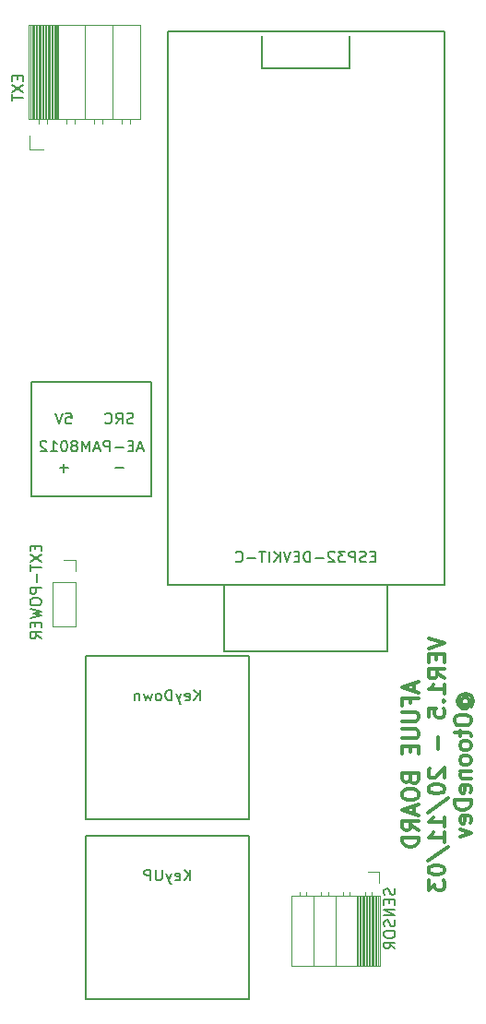
<source format=gbo>
G04 #@! TF.FileFunction,Legend,Bot*
%FSLAX46Y46*%
G04 Gerber Fmt 4.6, Leading zero omitted, Abs format (unit mm)*
G04 Created by KiCad (PCBNEW 4.0.1-stable) date 2020/11/03 12:41:02*
%MOMM*%
G01*
G04 APERTURE LIST*
%ADD10C,0.100000*%
%ADD11C,0.300000*%
%ADD12C,0.150000*%
%ADD13C,0.120000*%
G04 APERTURE END LIST*
D10*
D11*
X163585000Y-119500000D02*
X163585000Y-120214286D01*
X164013571Y-119357143D02*
X162513571Y-119857143D01*
X164013571Y-120357143D01*
X163227857Y-121357143D02*
X163227857Y-120857143D01*
X164013571Y-120857143D02*
X162513571Y-120857143D01*
X162513571Y-121571429D01*
X162513571Y-122142857D02*
X163727857Y-122142857D01*
X163870714Y-122214285D01*
X163942143Y-122285714D01*
X164013571Y-122428571D01*
X164013571Y-122714285D01*
X163942143Y-122857143D01*
X163870714Y-122928571D01*
X163727857Y-123000000D01*
X162513571Y-123000000D01*
X162513571Y-123714286D02*
X163727857Y-123714286D01*
X163870714Y-123785714D01*
X163942143Y-123857143D01*
X164013571Y-124000000D01*
X164013571Y-124285714D01*
X163942143Y-124428572D01*
X163870714Y-124500000D01*
X163727857Y-124571429D01*
X162513571Y-124571429D01*
X163227857Y-125285715D02*
X163227857Y-125785715D01*
X164013571Y-126000001D02*
X164013571Y-125285715D01*
X162513571Y-125285715D01*
X162513571Y-126000001D01*
X163227857Y-128285715D02*
X163299286Y-128500001D01*
X163370714Y-128571429D01*
X163513571Y-128642858D01*
X163727857Y-128642858D01*
X163870714Y-128571429D01*
X163942143Y-128500001D01*
X164013571Y-128357143D01*
X164013571Y-127785715D01*
X162513571Y-127785715D01*
X162513571Y-128285715D01*
X162585000Y-128428572D01*
X162656429Y-128500001D01*
X162799286Y-128571429D01*
X162942143Y-128571429D01*
X163085000Y-128500001D01*
X163156429Y-128428572D01*
X163227857Y-128285715D01*
X163227857Y-127785715D01*
X162513571Y-129571429D02*
X162513571Y-129857143D01*
X162585000Y-130000001D01*
X162727857Y-130142858D01*
X163013571Y-130214286D01*
X163513571Y-130214286D01*
X163799286Y-130142858D01*
X163942143Y-130000001D01*
X164013571Y-129857143D01*
X164013571Y-129571429D01*
X163942143Y-129428572D01*
X163799286Y-129285715D01*
X163513571Y-129214286D01*
X163013571Y-129214286D01*
X162727857Y-129285715D01*
X162585000Y-129428572D01*
X162513571Y-129571429D01*
X163585000Y-130785715D02*
X163585000Y-131500001D01*
X164013571Y-130642858D02*
X162513571Y-131142858D01*
X164013571Y-131642858D01*
X164013571Y-133000001D02*
X163299286Y-132500001D01*
X164013571Y-132142858D02*
X162513571Y-132142858D01*
X162513571Y-132714286D01*
X162585000Y-132857144D01*
X162656429Y-132928572D01*
X162799286Y-133000001D01*
X163013571Y-133000001D01*
X163156429Y-132928572D01*
X163227857Y-132857144D01*
X163299286Y-132714286D01*
X163299286Y-132142858D01*
X164013571Y-133642858D02*
X162513571Y-133642858D01*
X162513571Y-134000001D01*
X162585000Y-134214286D01*
X162727857Y-134357144D01*
X162870714Y-134428572D01*
X163156429Y-134500001D01*
X163370714Y-134500001D01*
X163656429Y-134428572D01*
X163799286Y-134357144D01*
X163942143Y-134214286D01*
X164013571Y-134000001D01*
X164013571Y-133642858D01*
X164913571Y-115357144D02*
X166413571Y-115857144D01*
X164913571Y-116357144D01*
X165627857Y-116857144D02*
X165627857Y-117357144D01*
X166413571Y-117571430D02*
X166413571Y-116857144D01*
X164913571Y-116857144D01*
X164913571Y-117571430D01*
X166413571Y-119071430D02*
X165699286Y-118571430D01*
X166413571Y-118214287D02*
X164913571Y-118214287D01*
X164913571Y-118785715D01*
X164985000Y-118928573D01*
X165056429Y-119000001D01*
X165199286Y-119071430D01*
X165413571Y-119071430D01*
X165556429Y-119000001D01*
X165627857Y-118928573D01*
X165699286Y-118785715D01*
X165699286Y-118214287D01*
X166413571Y-120500001D02*
X166413571Y-119642858D01*
X166413571Y-120071430D02*
X164913571Y-120071430D01*
X165127857Y-119928573D01*
X165270714Y-119785715D01*
X165342143Y-119642858D01*
X166270714Y-121142858D02*
X166342143Y-121214286D01*
X166413571Y-121142858D01*
X166342143Y-121071429D01*
X166270714Y-121142858D01*
X166413571Y-121142858D01*
X164913571Y-122571430D02*
X164913571Y-121857144D01*
X165627857Y-121785715D01*
X165556429Y-121857144D01*
X165485000Y-122000001D01*
X165485000Y-122357144D01*
X165556429Y-122500001D01*
X165627857Y-122571430D01*
X165770714Y-122642858D01*
X166127857Y-122642858D01*
X166270714Y-122571430D01*
X166342143Y-122500001D01*
X166413571Y-122357144D01*
X166413571Y-122000001D01*
X166342143Y-121857144D01*
X166270714Y-121785715D01*
X165842143Y-124428572D02*
X165842143Y-125571429D01*
X165056429Y-127357143D02*
X164985000Y-127428572D01*
X164913571Y-127571429D01*
X164913571Y-127928572D01*
X164985000Y-128071429D01*
X165056429Y-128142858D01*
X165199286Y-128214286D01*
X165342143Y-128214286D01*
X165556429Y-128142858D01*
X166413571Y-127285715D01*
X166413571Y-128214286D01*
X164913571Y-129142857D02*
X164913571Y-129285714D01*
X164985000Y-129428571D01*
X165056429Y-129500000D01*
X165199286Y-129571429D01*
X165485000Y-129642857D01*
X165842143Y-129642857D01*
X166127857Y-129571429D01*
X166270714Y-129500000D01*
X166342143Y-129428571D01*
X166413571Y-129285714D01*
X166413571Y-129142857D01*
X166342143Y-129000000D01*
X166270714Y-128928571D01*
X166127857Y-128857143D01*
X165842143Y-128785714D01*
X165485000Y-128785714D01*
X165199286Y-128857143D01*
X165056429Y-128928571D01*
X164985000Y-129000000D01*
X164913571Y-129142857D01*
X164842143Y-131357142D02*
X166770714Y-130071428D01*
X166413571Y-132642857D02*
X166413571Y-131785714D01*
X166413571Y-132214286D02*
X164913571Y-132214286D01*
X165127857Y-132071429D01*
X165270714Y-131928571D01*
X165342143Y-131785714D01*
X166413571Y-134071428D02*
X166413571Y-133214285D01*
X166413571Y-133642857D02*
X164913571Y-133642857D01*
X165127857Y-133500000D01*
X165270714Y-133357142D01*
X165342143Y-133214285D01*
X164842143Y-135785713D02*
X166770714Y-134499999D01*
X164913571Y-136571428D02*
X164913571Y-136714285D01*
X164985000Y-136857142D01*
X165056429Y-136928571D01*
X165199286Y-137000000D01*
X165485000Y-137071428D01*
X165842143Y-137071428D01*
X166127857Y-137000000D01*
X166270714Y-136928571D01*
X166342143Y-136857142D01*
X166413571Y-136714285D01*
X166413571Y-136571428D01*
X166342143Y-136428571D01*
X166270714Y-136357142D01*
X166127857Y-136285714D01*
X165842143Y-136214285D01*
X165485000Y-136214285D01*
X165199286Y-136285714D01*
X165056429Y-136357142D01*
X164985000Y-136428571D01*
X164913571Y-136571428D01*
X164913571Y-137571428D02*
X164913571Y-138499999D01*
X165485000Y-137999999D01*
X165485000Y-138214285D01*
X165556429Y-138357142D01*
X165627857Y-138428571D01*
X165770714Y-138499999D01*
X166127857Y-138499999D01*
X166270714Y-138428571D01*
X166342143Y-138357142D01*
X166413571Y-138214285D01*
X166413571Y-137785713D01*
X166342143Y-137642856D01*
X166270714Y-137571428D01*
X168099286Y-121464286D02*
X168027857Y-121392858D01*
X167956429Y-121250001D01*
X167956429Y-121107143D01*
X168027857Y-120964286D01*
X168099286Y-120892858D01*
X168242143Y-120821429D01*
X168385000Y-120821429D01*
X168527857Y-120892858D01*
X168599286Y-120964286D01*
X168670714Y-121107143D01*
X168670714Y-121250001D01*
X168599286Y-121392858D01*
X168527857Y-121464286D01*
X167956429Y-121464286D02*
X168527857Y-121464286D01*
X168599286Y-121535715D01*
X168599286Y-121607143D01*
X168527857Y-121750001D01*
X168385000Y-121821429D01*
X168027857Y-121821429D01*
X167813571Y-121678572D01*
X167670714Y-121464286D01*
X167599286Y-121178572D01*
X167670714Y-120892858D01*
X167813571Y-120678572D01*
X168027857Y-120535715D01*
X168313571Y-120464286D01*
X168599286Y-120535715D01*
X168813571Y-120678572D01*
X168956429Y-120892858D01*
X169027857Y-121178572D01*
X168956429Y-121464286D01*
X168813571Y-121678572D01*
X167313571Y-122750000D02*
X167313571Y-123035714D01*
X167385000Y-123178572D01*
X167527857Y-123321429D01*
X167813571Y-123392857D01*
X168313571Y-123392857D01*
X168599286Y-123321429D01*
X168742143Y-123178572D01*
X168813571Y-123035714D01*
X168813571Y-122750000D01*
X168742143Y-122607143D01*
X168599286Y-122464286D01*
X168313571Y-122392857D01*
X167813571Y-122392857D01*
X167527857Y-122464286D01*
X167385000Y-122607143D01*
X167313571Y-122750000D01*
X167813571Y-123821429D02*
X167813571Y-124392858D01*
X167313571Y-124035715D02*
X168599286Y-124035715D01*
X168742143Y-124107143D01*
X168813571Y-124250001D01*
X168813571Y-124392858D01*
X168813571Y-125107144D02*
X168742143Y-124964286D01*
X168670714Y-124892858D01*
X168527857Y-124821429D01*
X168099286Y-124821429D01*
X167956429Y-124892858D01*
X167885000Y-124964286D01*
X167813571Y-125107144D01*
X167813571Y-125321429D01*
X167885000Y-125464286D01*
X167956429Y-125535715D01*
X168099286Y-125607144D01*
X168527857Y-125607144D01*
X168670714Y-125535715D01*
X168742143Y-125464286D01*
X168813571Y-125321429D01*
X168813571Y-125107144D01*
X168813571Y-126464287D02*
X168742143Y-126321429D01*
X168670714Y-126250001D01*
X168527857Y-126178572D01*
X168099286Y-126178572D01*
X167956429Y-126250001D01*
X167885000Y-126321429D01*
X167813571Y-126464287D01*
X167813571Y-126678572D01*
X167885000Y-126821429D01*
X167956429Y-126892858D01*
X168099286Y-126964287D01*
X168527857Y-126964287D01*
X168670714Y-126892858D01*
X168742143Y-126821429D01*
X168813571Y-126678572D01*
X168813571Y-126464287D01*
X167813571Y-127607144D02*
X168813571Y-127607144D01*
X167956429Y-127607144D02*
X167885000Y-127678572D01*
X167813571Y-127821430D01*
X167813571Y-128035715D01*
X167885000Y-128178572D01*
X168027857Y-128250001D01*
X168813571Y-128250001D01*
X168742143Y-129535715D02*
X168813571Y-129392858D01*
X168813571Y-129107144D01*
X168742143Y-128964287D01*
X168599286Y-128892858D01*
X168027857Y-128892858D01*
X167885000Y-128964287D01*
X167813571Y-129107144D01*
X167813571Y-129392858D01*
X167885000Y-129535715D01*
X168027857Y-129607144D01*
X168170714Y-129607144D01*
X168313571Y-128892858D01*
X168813571Y-130250001D02*
X167313571Y-130250001D01*
X167313571Y-130607144D01*
X167385000Y-130821429D01*
X167527857Y-130964287D01*
X167670714Y-131035715D01*
X167956429Y-131107144D01*
X168170714Y-131107144D01*
X168456429Y-131035715D01*
X168599286Y-130964287D01*
X168742143Y-130821429D01*
X168813571Y-130607144D01*
X168813571Y-130250001D01*
X168742143Y-132321429D02*
X168813571Y-132178572D01*
X168813571Y-131892858D01*
X168742143Y-131750001D01*
X168599286Y-131678572D01*
X168027857Y-131678572D01*
X167885000Y-131750001D01*
X167813571Y-131892858D01*
X167813571Y-132178572D01*
X167885000Y-132321429D01*
X168027857Y-132392858D01*
X168170714Y-132392858D01*
X168313571Y-131678572D01*
X167813571Y-132892858D02*
X168813571Y-133250001D01*
X167813571Y-133607143D01*
D12*
X157670000Y-60090000D02*
X157670000Y-63090000D01*
X157670000Y-63090000D02*
X149670000Y-63090000D01*
X149670000Y-63090000D02*
X149670000Y-60090000D01*
X146170000Y-110590000D02*
X146170000Y-116590000D01*
X146170000Y-116590000D02*
X161170000Y-116590000D01*
X161170000Y-116590000D02*
X161170000Y-110590000D01*
X140970000Y-110490000D02*
X140970000Y-59690000D01*
X140970000Y-59690000D02*
X166370000Y-59690000D01*
X166370000Y-59690000D02*
X166370000Y-110490000D01*
X166370000Y-110490000D02*
X140970000Y-110490000D01*
X133470000Y-148470000D02*
X148470000Y-148470000D01*
X148470000Y-148470000D02*
X148470000Y-133470000D01*
X148470000Y-133470000D02*
X133470000Y-133470000D01*
X133470000Y-133470000D02*
X133470000Y-148470000D01*
X133470000Y-131960000D02*
X148470000Y-131960000D01*
X148470000Y-131960000D02*
X148470000Y-116960000D01*
X148470000Y-116960000D02*
X133470000Y-116960000D01*
X133470000Y-116960000D02*
X133470000Y-131960000D01*
X139485000Y-102355000D02*
X139485000Y-91855000D01*
X139485000Y-91855000D02*
X128485000Y-91855000D01*
X128485000Y-91855000D02*
X128485000Y-102355000D01*
X128485000Y-102355000D02*
X139485000Y-102355000D01*
D13*
X128210000Y-67755000D02*
X130810000Y-67755000D01*
X130810000Y-67755000D02*
X130810000Y-59125000D01*
X130810000Y-59125000D02*
X128210000Y-59125000D01*
X128210000Y-59125000D02*
X128210000Y-67755000D01*
X129160000Y-68185000D02*
X129160000Y-67755000D01*
X129920000Y-68185000D02*
X129920000Y-67755000D01*
X128390000Y-67755000D02*
X128390000Y-59125000D01*
X128510000Y-67755000D02*
X128510000Y-59125000D01*
X128630000Y-67755000D02*
X128630000Y-59125000D01*
X128750000Y-67755000D02*
X128750000Y-59125000D01*
X128870000Y-67755000D02*
X128870000Y-59125000D01*
X128990000Y-67755000D02*
X128990000Y-59125000D01*
X129110000Y-67755000D02*
X129110000Y-59125000D01*
X129230000Y-67755000D02*
X129230000Y-59125000D01*
X129350000Y-67755000D02*
X129350000Y-59125000D01*
X129470000Y-67755000D02*
X129470000Y-59125000D01*
X129590000Y-67755000D02*
X129590000Y-59125000D01*
X129710000Y-67755000D02*
X129710000Y-59125000D01*
X129830000Y-67755000D02*
X129830000Y-59125000D01*
X129950000Y-67755000D02*
X129950000Y-59125000D01*
X130070000Y-67755000D02*
X130070000Y-59125000D01*
X130190000Y-67755000D02*
X130190000Y-59125000D01*
X130310000Y-67755000D02*
X130310000Y-59125000D01*
X130430000Y-67755000D02*
X130430000Y-59125000D01*
X130550000Y-67755000D02*
X130550000Y-59125000D01*
X130670000Y-67755000D02*
X130670000Y-59125000D01*
X130790000Y-67755000D02*
X130790000Y-59125000D01*
X130910000Y-67755000D02*
X130910000Y-59125000D01*
X130810000Y-67755000D02*
X133350000Y-67755000D01*
X133350000Y-67755000D02*
X133350000Y-59125000D01*
X133350000Y-59125000D02*
X130810000Y-59125000D01*
X130810000Y-59125000D02*
X130810000Y-67755000D01*
X131700000Y-68185000D02*
X131700000Y-67755000D01*
X132460000Y-68185000D02*
X132460000Y-67755000D01*
X133350000Y-67755000D02*
X135890000Y-67755000D01*
X135890000Y-67755000D02*
X135890000Y-59125000D01*
X135890000Y-59125000D02*
X133350000Y-59125000D01*
X133350000Y-59125000D02*
X133350000Y-67755000D01*
X134240000Y-68185000D02*
X134240000Y-67755000D01*
X135000000Y-68185000D02*
X135000000Y-67755000D01*
X135890000Y-67755000D02*
X138490000Y-67755000D01*
X138490000Y-67755000D02*
X138490000Y-59125000D01*
X138490000Y-59125000D02*
X135890000Y-59125000D01*
X135890000Y-59125000D02*
X135890000Y-67755000D01*
X136780000Y-68185000D02*
X136780000Y-67755000D01*
X137540000Y-68185000D02*
X137540000Y-67755000D01*
X128270000Y-69215000D02*
X128270000Y-70485000D01*
X128270000Y-70485000D02*
X129540000Y-70485000D01*
X160445000Y-139005000D02*
X158385000Y-139005000D01*
X158385000Y-139005000D02*
X158385000Y-145475000D01*
X158385000Y-145475000D02*
X160445000Y-145475000D01*
X160445000Y-145475000D02*
X160445000Y-139005000D01*
X159695000Y-138650000D02*
X159695000Y-139005000D01*
X159075000Y-138650000D02*
X159075000Y-139005000D01*
X160265000Y-139005000D02*
X160265000Y-145475000D01*
X160145000Y-139005000D02*
X160145000Y-145475000D01*
X160025000Y-139005000D02*
X160025000Y-145475000D01*
X159905000Y-139005000D02*
X159905000Y-145475000D01*
X159785000Y-139005000D02*
X159785000Y-145475000D01*
X159665000Y-139005000D02*
X159665000Y-145475000D01*
X159545000Y-139005000D02*
X159545000Y-145475000D01*
X159425000Y-139005000D02*
X159425000Y-145475000D01*
X159305000Y-139005000D02*
X159305000Y-145475000D01*
X159185000Y-139005000D02*
X159185000Y-145475000D01*
X159065000Y-139005000D02*
X159065000Y-145475000D01*
X158945000Y-139005000D02*
X158945000Y-145475000D01*
X158825000Y-139005000D02*
X158825000Y-145475000D01*
X158705000Y-139005000D02*
X158705000Y-145475000D01*
X158585000Y-139005000D02*
X158585000Y-145475000D01*
X158465000Y-139005000D02*
X158465000Y-145475000D01*
X158345000Y-139005000D02*
X158345000Y-145475000D01*
X158385000Y-139005000D02*
X156385000Y-139005000D01*
X156385000Y-139005000D02*
X156385000Y-145475000D01*
X156385000Y-145475000D02*
X158385000Y-145475000D01*
X158385000Y-145475000D02*
X158385000Y-139005000D01*
X157695000Y-138650000D02*
X157695000Y-139005000D01*
X157075000Y-138650000D02*
X157075000Y-139005000D01*
X156385000Y-139005000D02*
X154385000Y-139005000D01*
X154385000Y-139005000D02*
X154385000Y-145475000D01*
X154385000Y-145475000D02*
X156385000Y-145475000D01*
X156385000Y-145475000D02*
X156385000Y-139005000D01*
X155695000Y-138650000D02*
X155695000Y-139005000D01*
X155075000Y-138650000D02*
X155075000Y-139005000D01*
X154385000Y-139005000D02*
X152325000Y-139005000D01*
X152325000Y-139005000D02*
X152325000Y-145475000D01*
X152325000Y-145475000D02*
X154385000Y-145475000D01*
X154385000Y-145475000D02*
X154385000Y-139005000D01*
X153695000Y-138650000D02*
X153695000Y-139005000D01*
X153075000Y-138650000D02*
X153075000Y-139005000D01*
X160385000Y-137795000D02*
X160385000Y-136795000D01*
X160385000Y-136795000D02*
X159385000Y-136795000D01*
X132505000Y-110220000D02*
X132505000Y-114280000D01*
X132505000Y-114280000D02*
X130385000Y-114280000D01*
X130385000Y-114280000D02*
X130385000Y-110220000D01*
X130385000Y-110220000D02*
X132505000Y-110220000D01*
X132505000Y-109220000D02*
X132505000Y-108160000D01*
X132505000Y-108160000D02*
X131445000Y-108160000D01*
D12*
X160050952Y-107878571D02*
X159717618Y-107878571D01*
X159574761Y-108402381D02*
X160050952Y-108402381D01*
X160050952Y-107402381D01*
X159574761Y-107402381D01*
X159193809Y-108354762D02*
X159050952Y-108402381D01*
X158812856Y-108402381D01*
X158717618Y-108354762D01*
X158669999Y-108307143D01*
X158622380Y-108211905D01*
X158622380Y-108116667D01*
X158669999Y-108021429D01*
X158717618Y-107973810D01*
X158812856Y-107926190D01*
X159003333Y-107878571D01*
X159098571Y-107830952D01*
X159146190Y-107783333D01*
X159193809Y-107688095D01*
X159193809Y-107592857D01*
X159146190Y-107497619D01*
X159098571Y-107450000D01*
X159003333Y-107402381D01*
X158765237Y-107402381D01*
X158622380Y-107450000D01*
X158193809Y-108402381D02*
X158193809Y-107402381D01*
X157812856Y-107402381D01*
X157717618Y-107450000D01*
X157669999Y-107497619D01*
X157622380Y-107592857D01*
X157622380Y-107735714D01*
X157669999Y-107830952D01*
X157717618Y-107878571D01*
X157812856Y-107926190D01*
X158193809Y-107926190D01*
X157289047Y-107402381D02*
X156669999Y-107402381D01*
X157003333Y-107783333D01*
X156860475Y-107783333D01*
X156765237Y-107830952D01*
X156717618Y-107878571D01*
X156669999Y-107973810D01*
X156669999Y-108211905D01*
X156717618Y-108307143D01*
X156765237Y-108354762D01*
X156860475Y-108402381D01*
X157146190Y-108402381D01*
X157241428Y-108354762D01*
X157289047Y-108307143D01*
X156289047Y-107497619D02*
X156241428Y-107450000D01*
X156146190Y-107402381D01*
X155908094Y-107402381D01*
X155812856Y-107450000D01*
X155765237Y-107497619D01*
X155717618Y-107592857D01*
X155717618Y-107688095D01*
X155765237Y-107830952D01*
X156336666Y-108402381D01*
X155717618Y-108402381D01*
X155289047Y-108021429D02*
X154527142Y-108021429D01*
X154050952Y-108402381D02*
X154050952Y-107402381D01*
X153812857Y-107402381D01*
X153669999Y-107450000D01*
X153574761Y-107545238D01*
X153527142Y-107640476D01*
X153479523Y-107830952D01*
X153479523Y-107973810D01*
X153527142Y-108164286D01*
X153574761Y-108259524D01*
X153669999Y-108354762D01*
X153812857Y-108402381D01*
X154050952Y-108402381D01*
X153050952Y-107878571D02*
X152717618Y-107878571D01*
X152574761Y-108402381D02*
X153050952Y-108402381D01*
X153050952Y-107402381D01*
X152574761Y-107402381D01*
X152289047Y-107402381D02*
X151955714Y-108402381D01*
X151622380Y-107402381D01*
X151289047Y-108402381D02*
X151289047Y-107402381D01*
X150717618Y-108402381D02*
X151146190Y-107830952D01*
X150717618Y-107402381D02*
X151289047Y-107973810D01*
X150289047Y-108402381D02*
X150289047Y-107402381D01*
X149955714Y-107402381D02*
X149384285Y-107402381D01*
X149670000Y-108402381D02*
X149670000Y-107402381D01*
X149050952Y-108021429D02*
X148289047Y-108021429D01*
X147241428Y-108307143D02*
X147289047Y-108354762D01*
X147431904Y-108402381D01*
X147527142Y-108402381D01*
X147670000Y-108354762D01*
X147765238Y-108259524D01*
X147812857Y-108164286D01*
X147860476Y-107973810D01*
X147860476Y-107830952D01*
X147812857Y-107640476D01*
X147765238Y-107545238D01*
X147670000Y-107450000D01*
X147527142Y-107402381D01*
X147431904Y-107402381D01*
X147289047Y-107450000D01*
X147241428Y-107497619D01*
X143065238Y-137612381D02*
X143065238Y-136612381D01*
X142493809Y-137612381D02*
X142922381Y-137040952D01*
X142493809Y-136612381D02*
X143065238Y-137183810D01*
X141684285Y-137564762D02*
X141779523Y-137612381D01*
X141970000Y-137612381D01*
X142065238Y-137564762D01*
X142112857Y-137469524D01*
X142112857Y-137088571D01*
X142065238Y-136993333D01*
X141970000Y-136945714D01*
X141779523Y-136945714D01*
X141684285Y-136993333D01*
X141636666Y-137088571D01*
X141636666Y-137183810D01*
X142112857Y-137279048D01*
X141303333Y-136945714D02*
X141065238Y-137612381D01*
X140827142Y-136945714D02*
X141065238Y-137612381D01*
X141160476Y-137850476D01*
X141208095Y-137898095D01*
X141303333Y-137945714D01*
X140446190Y-136612381D02*
X140446190Y-137421905D01*
X140398571Y-137517143D01*
X140350952Y-137564762D01*
X140255714Y-137612381D01*
X140065237Y-137612381D01*
X139969999Y-137564762D01*
X139922380Y-137517143D01*
X139874761Y-137421905D01*
X139874761Y-136612381D01*
X139398571Y-137612381D02*
X139398571Y-136612381D01*
X139017618Y-136612381D01*
X138922380Y-136660000D01*
X138874761Y-136707619D01*
X138827142Y-136802857D01*
X138827142Y-136945714D01*
X138874761Y-137040952D01*
X138922380Y-137088571D01*
X139017618Y-137136190D01*
X139398571Y-137136190D01*
X143970000Y-121102381D02*
X143970000Y-120102381D01*
X143398571Y-121102381D02*
X143827143Y-120530952D01*
X143398571Y-120102381D02*
X143970000Y-120673810D01*
X142589047Y-121054762D02*
X142684285Y-121102381D01*
X142874762Y-121102381D01*
X142970000Y-121054762D01*
X143017619Y-120959524D01*
X143017619Y-120578571D01*
X142970000Y-120483333D01*
X142874762Y-120435714D01*
X142684285Y-120435714D01*
X142589047Y-120483333D01*
X142541428Y-120578571D01*
X142541428Y-120673810D01*
X143017619Y-120769048D01*
X142208095Y-120435714D02*
X141970000Y-121102381D01*
X141731904Y-120435714D02*
X141970000Y-121102381D01*
X142065238Y-121340476D01*
X142112857Y-121388095D01*
X142208095Y-121435714D01*
X141350952Y-121102381D02*
X141350952Y-120102381D01*
X141112857Y-120102381D01*
X140969999Y-120150000D01*
X140874761Y-120245238D01*
X140827142Y-120340476D01*
X140779523Y-120530952D01*
X140779523Y-120673810D01*
X140827142Y-120864286D01*
X140874761Y-120959524D01*
X140969999Y-121054762D01*
X141112857Y-121102381D01*
X141350952Y-121102381D01*
X140208095Y-121102381D02*
X140303333Y-121054762D01*
X140350952Y-121007143D01*
X140398571Y-120911905D01*
X140398571Y-120626190D01*
X140350952Y-120530952D01*
X140303333Y-120483333D01*
X140208095Y-120435714D01*
X140065237Y-120435714D01*
X139969999Y-120483333D01*
X139922380Y-120530952D01*
X139874761Y-120626190D01*
X139874761Y-120911905D01*
X139922380Y-121007143D01*
X139969999Y-121054762D01*
X140065237Y-121102381D01*
X140208095Y-121102381D01*
X139541428Y-120435714D02*
X139350952Y-121102381D01*
X139160475Y-120626190D01*
X138969999Y-121102381D01*
X138779523Y-120435714D01*
X138398571Y-120435714D02*
X138398571Y-121102381D01*
X138398571Y-120530952D02*
X138350952Y-120483333D01*
X138255714Y-120435714D01*
X138112856Y-120435714D01*
X138017618Y-120483333D01*
X137969999Y-120578571D01*
X137969999Y-121102381D01*
X138699286Y-97956667D02*
X138223095Y-97956667D01*
X138794524Y-98242381D02*
X138461191Y-97242381D01*
X138127857Y-98242381D01*
X137794524Y-97718571D02*
X137461190Y-97718571D01*
X137318333Y-98242381D02*
X137794524Y-98242381D01*
X137794524Y-97242381D01*
X137318333Y-97242381D01*
X136889762Y-97861429D02*
X136127857Y-97861429D01*
X135651667Y-98242381D02*
X135651667Y-97242381D01*
X135270714Y-97242381D01*
X135175476Y-97290000D01*
X135127857Y-97337619D01*
X135080238Y-97432857D01*
X135080238Y-97575714D01*
X135127857Y-97670952D01*
X135175476Y-97718571D01*
X135270714Y-97766190D01*
X135651667Y-97766190D01*
X134699286Y-97956667D02*
X134223095Y-97956667D01*
X134794524Y-98242381D02*
X134461191Y-97242381D01*
X134127857Y-98242381D01*
X133794524Y-98242381D02*
X133794524Y-97242381D01*
X133461190Y-97956667D01*
X133127857Y-97242381D01*
X133127857Y-98242381D01*
X132508810Y-97670952D02*
X132604048Y-97623333D01*
X132651667Y-97575714D01*
X132699286Y-97480476D01*
X132699286Y-97432857D01*
X132651667Y-97337619D01*
X132604048Y-97290000D01*
X132508810Y-97242381D01*
X132318333Y-97242381D01*
X132223095Y-97290000D01*
X132175476Y-97337619D01*
X132127857Y-97432857D01*
X132127857Y-97480476D01*
X132175476Y-97575714D01*
X132223095Y-97623333D01*
X132318333Y-97670952D01*
X132508810Y-97670952D01*
X132604048Y-97718571D01*
X132651667Y-97766190D01*
X132699286Y-97861429D01*
X132699286Y-98051905D01*
X132651667Y-98147143D01*
X132604048Y-98194762D01*
X132508810Y-98242381D01*
X132318333Y-98242381D01*
X132223095Y-98194762D01*
X132175476Y-98147143D01*
X132127857Y-98051905D01*
X132127857Y-97861429D01*
X132175476Y-97766190D01*
X132223095Y-97718571D01*
X132318333Y-97670952D01*
X131508810Y-97242381D02*
X131413571Y-97242381D01*
X131318333Y-97290000D01*
X131270714Y-97337619D01*
X131223095Y-97432857D01*
X131175476Y-97623333D01*
X131175476Y-97861429D01*
X131223095Y-98051905D01*
X131270714Y-98147143D01*
X131318333Y-98194762D01*
X131413571Y-98242381D01*
X131508810Y-98242381D01*
X131604048Y-98194762D01*
X131651667Y-98147143D01*
X131699286Y-98051905D01*
X131746905Y-97861429D01*
X131746905Y-97623333D01*
X131699286Y-97432857D01*
X131651667Y-97337619D01*
X131604048Y-97290000D01*
X131508810Y-97242381D01*
X130223095Y-98242381D02*
X130794524Y-98242381D01*
X130508810Y-98242381D02*
X130508810Y-97242381D01*
X130604048Y-97385238D01*
X130699286Y-97480476D01*
X130794524Y-97528095D01*
X129842143Y-97337619D02*
X129794524Y-97290000D01*
X129699286Y-97242381D01*
X129461190Y-97242381D01*
X129365952Y-97290000D01*
X129318333Y-97337619D01*
X129270714Y-97432857D01*
X129270714Y-97528095D01*
X129318333Y-97670952D01*
X129889762Y-98242381D01*
X129270714Y-98242381D01*
X137810714Y-95654762D02*
X137667857Y-95702381D01*
X137429761Y-95702381D01*
X137334523Y-95654762D01*
X137286904Y-95607143D01*
X137239285Y-95511905D01*
X137239285Y-95416667D01*
X137286904Y-95321429D01*
X137334523Y-95273810D01*
X137429761Y-95226190D01*
X137620238Y-95178571D01*
X137715476Y-95130952D01*
X137763095Y-95083333D01*
X137810714Y-94988095D01*
X137810714Y-94892857D01*
X137763095Y-94797619D01*
X137715476Y-94750000D01*
X137620238Y-94702381D01*
X137382142Y-94702381D01*
X137239285Y-94750000D01*
X136239285Y-95702381D02*
X136572619Y-95226190D01*
X136810714Y-95702381D02*
X136810714Y-94702381D01*
X136429761Y-94702381D01*
X136334523Y-94750000D01*
X136286904Y-94797619D01*
X136239285Y-94892857D01*
X136239285Y-95035714D01*
X136286904Y-95130952D01*
X136334523Y-95178571D01*
X136429761Y-95226190D01*
X136810714Y-95226190D01*
X135239285Y-95607143D02*
X135286904Y-95654762D01*
X135429761Y-95702381D01*
X135524999Y-95702381D01*
X135667857Y-95654762D01*
X135763095Y-95559524D01*
X135810714Y-95464286D01*
X135858333Y-95273810D01*
X135858333Y-95130952D01*
X135810714Y-94940476D01*
X135763095Y-94845238D01*
X135667857Y-94750000D01*
X135524999Y-94702381D01*
X135429761Y-94702381D01*
X135286904Y-94750000D01*
X135239285Y-94797619D01*
X131635476Y-94702381D02*
X132111667Y-94702381D01*
X132159286Y-95178571D01*
X132111667Y-95130952D01*
X132016429Y-95083333D01*
X131778333Y-95083333D01*
X131683095Y-95130952D01*
X131635476Y-95178571D01*
X131587857Y-95273810D01*
X131587857Y-95511905D01*
X131635476Y-95607143D01*
X131683095Y-95654762D01*
X131778333Y-95702381D01*
X132016429Y-95702381D01*
X132111667Y-95654762D01*
X132159286Y-95607143D01*
X131302143Y-94702381D02*
X130968810Y-95702381D01*
X130635476Y-94702381D01*
X136905952Y-99766429D02*
X136144047Y-99766429D01*
X131825952Y-99766429D02*
X131064047Y-99766429D01*
X131444999Y-100147381D02*
X131444999Y-99385476D01*
X127198571Y-63763571D02*
X127198571Y-64096905D01*
X127722381Y-64239762D02*
X127722381Y-63763571D01*
X126722381Y-63763571D01*
X126722381Y-64239762D01*
X126722381Y-64573095D02*
X127722381Y-65239762D01*
X126722381Y-65239762D02*
X127722381Y-64573095D01*
X126722381Y-65477857D02*
X126722381Y-66049286D01*
X127722381Y-65763571D02*
X126722381Y-65763571D01*
X161789762Y-138343095D02*
X161837381Y-138485952D01*
X161837381Y-138724048D01*
X161789762Y-138819286D01*
X161742143Y-138866905D01*
X161646905Y-138914524D01*
X161551667Y-138914524D01*
X161456429Y-138866905D01*
X161408810Y-138819286D01*
X161361190Y-138724048D01*
X161313571Y-138533571D01*
X161265952Y-138438333D01*
X161218333Y-138390714D01*
X161123095Y-138343095D01*
X161027857Y-138343095D01*
X160932619Y-138390714D01*
X160885000Y-138438333D01*
X160837381Y-138533571D01*
X160837381Y-138771667D01*
X160885000Y-138914524D01*
X161313571Y-139343095D02*
X161313571Y-139676429D01*
X161837381Y-139819286D02*
X161837381Y-139343095D01*
X160837381Y-139343095D01*
X160837381Y-139819286D01*
X161837381Y-140247857D02*
X160837381Y-140247857D01*
X161837381Y-140819286D01*
X160837381Y-140819286D01*
X161789762Y-141247857D02*
X161837381Y-141390714D01*
X161837381Y-141628810D01*
X161789762Y-141724048D01*
X161742143Y-141771667D01*
X161646905Y-141819286D01*
X161551667Y-141819286D01*
X161456429Y-141771667D01*
X161408810Y-141724048D01*
X161361190Y-141628810D01*
X161313571Y-141438333D01*
X161265952Y-141343095D01*
X161218333Y-141295476D01*
X161123095Y-141247857D01*
X161027857Y-141247857D01*
X160932619Y-141295476D01*
X160885000Y-141343095D01*
X160837381Y-141438333D01*
X160837381Y-141676429D01*
X160885000Y-141819286D01*
X160837381Y-142438333D02*
X160837381Y-142628810D01*
X160885000Y-142724048D01*
X160980238Y-142819286D01*
X161170714Y-142866905D01*
X161504048Y-142866905D01*
X161694524Y-142819286D01*
X161789762Y-142724048D01*
X161837381Y-142628810D01*
X161837381Y-142438333D01*
X161789762Y-142343095D01*
X161694524Y-142247857D01*
X161504048Y-142200238D01*
X161170714Y-142200238D01*
X160980238Y-142247857D01*
X160885000Y-142343095D01*
X160837381Y-142438333D01*
X161837381Y-143866905D02*
X161361190Y-143533571D01*
X161837381Y-143295476D02*
X160837381Y-143295476D01*
X160837381Y-143676429D01*
X160885000Y-143771667D01*
X160932619Y-143819286D01*
X161027857Y-143866905D01*
X161170714Y-143866905D01*
X161265952Y-143819286D01*
X161313571Y-143771667D01*
X161361190Y-143676429D01*
X161361190Y-143295476D01*
X128833571Y-106886905D02*
X128833571Y-107220239D01*
X129357381Y-107363096D02*
X129357381Y-106886905D01*
X128357381Y-106886905D01*
X128357381Y-107363096D01*
X128357381Y-107696429D02*
X129357381Y-108363096D01*
X128357381Y-108363096D02*
X129357381Y-107696429D01*
X128357381Y-108601191D02*
X128357381Y-109172620D01*
X129357381Y-108886905D02*
X128357381Y-108886905D01*
X128976429Y-109505953D02*
X128976429Y-110267858D01*
X129357381Y-110744048D02*
X128357381Y-110744048D01*
X128357381Y-111125001D01*
X128405000Y-111220239D01*
X128452619Y-111267858D01*
X128547857Y-111315477D01*
X128690714Y-111315477D01*
X128785952Y-111267858D01*
X128833571Y-111220239D01*
X128881190Y-111125001D01*
X128881190Y-110744048D01*
X128357381Y-111934524D02*
X128357381Y-112125001D01*
X128405000Y-112220239D01*
X128500238Y-112315477D01*
X128690714Y-112363096D01*
X129024048Y-112363096D01*
X129214524Y-112315477D01*
X129309762Y-112220239D01*
X129357381Y-112125001D01*
X129357381Y-111934524D01*
X129309762Y-111839286D01*
X129214524Y-111744048D01*
X129024048Y-111696429D01*
X128690714Y-111696429D01*
X128500238Y-111744048D01*
X128405000Y-111839286D01*
X128357381Y-111934524D01*
X128357381Y-112696429D02*
X129357381Y-112934524D01*
X128643095Y-113125001D01*
X129357381Y-113315477D01*
X128357381Y-113553572D01*
X128833571Y-113934524D02*
X128833571Y-114267858D01*
X129357381Y-114410715D02*
X129357381Y-113934524D01*
X128357381Y-113934524D01*
X128357381Y-114410715D01*
X129357381Y-115410715D02*
X128881190Y-115077381D01*
X129357381Y-114839286D02*
X128357381Y-114839286D01*
X128357381Y-115220239D01*
X128405000Y-115315477D01*
X128452619Y-115363096D01*
X128547857Y-115410715D01*
X128690714Y-115410715D01*
X128785952Y-115363096D01*
X128833571Y-115315477D01*
X128881190Y-115220239D01*
X128881190Y-114839286D01*
M02*

</source>
